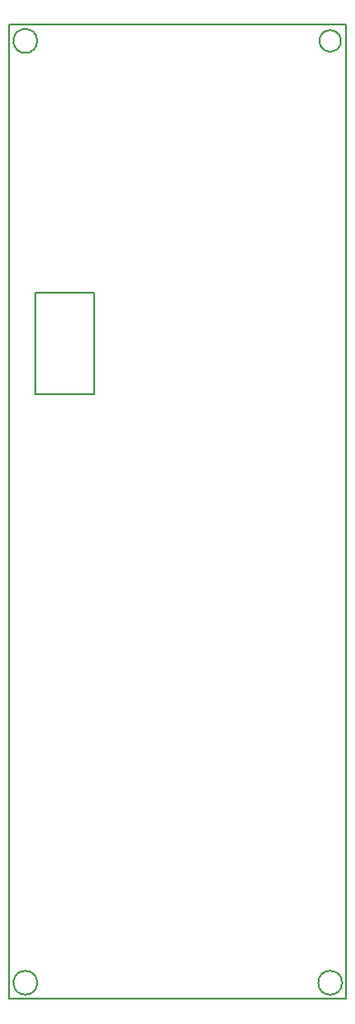
<source format=gm1>
G04 #@! TF.FileFunction,Profile,NP*
%FSLAX46Y46*%
G04 Gerber Fmt 4.6, Leading zero omitted, Abs format (unit mm)*
G04 Created by KiCad (PCBNEW 4.0.4-stable) date 08/15/17 16:39:26*
%MOMM*%
%LPD*%
G01*
G04 APERTURE LIST*
%ADD10C,0.100000*%
%ADD11C,0.150000*%
G04 APERTURE END LIST*
D10*
D11*
X120500000Y-96500000D02*
X120500000Y-87000000D01*
X126000000Y-96500000D02*
X120500000Y-96500000D01*
X126000000Y-87000000D02*
X126000000Y-96500000D01*
X120500000Y-87000000D02*
X126000000Y-87000000D01*
X141100000Y-153000000D02*
X127600000Y-153000000D01*
X120718034Y-63500000D02*
G75*
G03X120718034Y-63500000I-1118034J0D01*
G01*
X118100000Y-153000000D02*
X118100000Y-62000000D01*
X120718034Y-151500000D02*
G75*
G03X120718034Y-151500000I-1118034J0D01*
G01*
X127600000Y-153000000D02*
X118100000Y-153000000D01*
X141100000Y-153000000D02*
X149600000Y-153000000D01*
X149218034Y-151500000D02*
G75*
G03X149218034Y-151500000I-1118034J0D01*
G01*
X149100000Y-63500000D02*
G75*
G03X149100000Y-63500000I-1000000J0D01*
G01*
X149600000Y-62000000D02*
X149600000Y-62500000D01*
X149600000Y-153000000D02*
X149600000Y-62500000D01*
X118100000Y-62000000D02*
X149600000Y-62000000D01*
M02*

</source>
